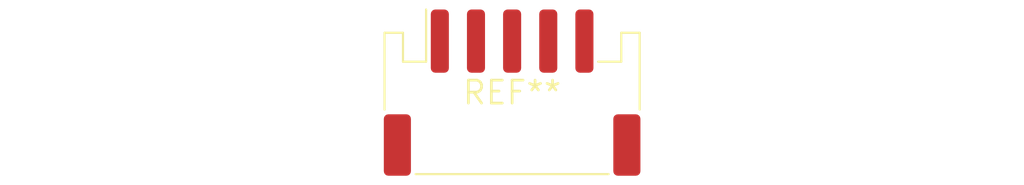
<source format=kicad_pcb>
(kicad_pcb (version 20240108) (generator pcbnew)
  (layers (0 "F.Cu" signal) (31 "B.Cu" signal) (34 "B.Paste" user) (35 "F.Paste" user) (36 "B.SilkS" user "B.Silkscreen") (37 "F.SilkS" user "F.Silkscreen") (38 "B.Mask" user) (39 "F.Mask" user) (44 "Edge.Cuts" user))
  (net 0 "")
  (footprint "JST_PH_S5B-PH-SM4-TB_1x05-1MP_P2.00mm_Horizontal" (layer "F.Cu") (at 0 0)
    (property "Reference" "REF**")
    (property "Value" "JST_PH_S5B-PH-SM4-TB_1x05-1MP_P2.00mm_Horizontal")
    (fp_line (start -7.06 -3.31) (end -6.04 -3.31) (layer "F.SilkS") (stroke (width 0.12)))
    (fp_line (start -7.06 0.94) (end -7.06 -3.31) (layer "F.SilkS") (stroke (width 0.12)))
    (fp_line (start -6.04 -3.31) (end -6.04 -1.71) (layer "F.SilkS") (stroke (width 0.12)))
    (fp_line (start -6.04 -1.71) (end -4.76 -1.71) (layer "F.SilkS") (stroke (width 0.12)))
    (fp_line (start -5.34 4.51) (end 5.34 4.51) (layer "F.SilkS") (stroke (width 0.12)))
    (fp_line (start -4.76 -1.71) (end -4.76 -4.6) (layer "F.SilkS") (stroke (width 0.12)))
    (fp_line (start 6.04 -3.31) (end 6.04 -1.71) (layer "F.SilkS") (stroke (width 0.12)))
    (fp_line (start 6.04 -1.71) (end 4.76 -1.71) (layer "F.SilkS") (stroke (width 0.12)))
    (fp_line (start 7.06 -3.31) (end 6.04 -3.31) (layer "F.SilkS") (stroke (width 0.12)))
    (fp_line (start 7.06 0.94) (end 7.06 -3.31) (layer "F.SilkS") (stroke (width 0.12)))
    (pad "1" smd roundrect (at -4 -2.85) (size 1 3.5) (layers "F.Cu" "F.Paste" "F.Mask"))
    (pad "2" smd roundrect (at -2 -2.85) (size 1 3.5) (layers "F.Cu" "F.Paste" "F.Mask"))
    (pad "3" smd roundrect (at 0 -2.85) (size 1 3.5) (layers "F.Cu" "F.Paste" "F.Mask"))
    (pad "4" smd roundrect (at 2 -2.85) (size 1 3.5) (layers "F.Cu" "F.Paste" "F.Mask"))
    (pad "5" smd roundrect (at 4 -2.85) (size 1 3.5) (layers "F.Cu" "F.Paste" "F.Mask"))
    (pad "MP" smd roundrect (at -6.35 2.9) (size 1.5 3.4) (layers "F.Cu" "F.Paste" "F.Mask") (roundrect_rratio 0.166667))
    (pad "MP" smd roundrect (at 6.35 2.9) (size 1.5 3.4) (layers "F.Cu" "F.Paste" "F.Mask") (roundrect_rratio 0.166667))
  )
)
</source>
